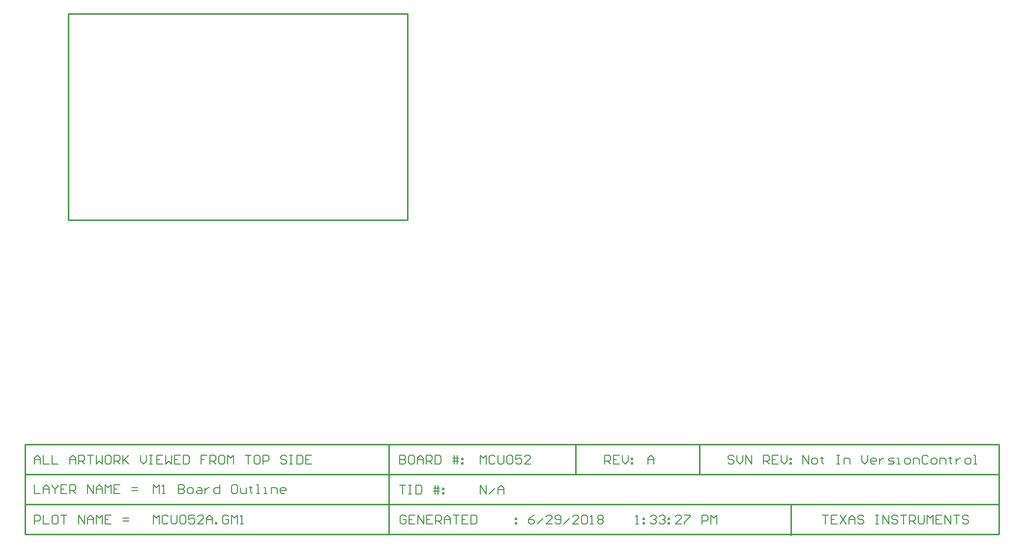
<source format=gm1>
G04 Layer_Color=11296232*
%FSAX25Y25*%
%MOIN*%
G70*
G01*
G75*
%ADD10C,0.01000*%
%ADD11C,0.00800*%
G54D10*
X0069200Y0253400D02*
X0299200D01*
Y0393400D01*
X0069200D02*
X0299200D01*
X0069200Y0253400D02*
Y0393400D01*
X0497200Y0080717D02*
Y0101050D01*
X0413200Y0080717D02*
Y0101050D01*
X0040000Y0080717D02*
X0700200D01*
X0040000Y0060383D02*
X0700000D01*
X0040000Y0040050D02*
X0440500D01*
X0040050Y0101050D02*
X0700200D01*
X0040050Y0040050D02*
Y0101050D01*
Y0040050D02*
X0197600D01*
X0040000D02*
Y0101050D01*
X0286500Y0040050D02*
Y0101050D01*
X0700200Y0040050D02*
Y0101050D01*
X0440500Y0040050D02*
X0700200D01*
X0559400Y0039400D02*
Y0059683D01*
G54D11*
X0126900Y0067551D02*
Y0073549D01*
X0128899Y0071549D01*
X0130899Y0073549D01*
Y0067551D01*
X0132898D02*
X0134897D01*
X0133898D01*
Y0073549D01*
X0132898Y0072549D01*
X0143895Y0073549D02*
Y0067551D01*
X0146894D01*
X0147893Y0068550D01*
Y0069550D01*
X0146894Y0070550D01*
X0143895D01*
X0146894D01*
X0147893Y0071549D01*
Y0072549D01*
X0146894Y0073549D01*
X0143895D01*
X0150892Y0067551D02*
X0152892D01*
X0153891Y0068550D01*
Y0070550D01*
X0152892Y0071549D01*
X0150892D01*
X0149893Y0070550D01*
Y0068550D01*
X0150892Y0067551D01*
X0156890Y0071549D02*
X0158890D01*
X0159889Y0070550D01*
Y0067551D01*
X0156890D01*
X0155891Y0068550D01*
X0156890Y0069550D01*
X0159889D01*
X0161889Y0071549D02*
Y0067551D01*
Y0069550D01*
X0162888Y0070550D01*
X0163888Y0071549D01*
X0164888D01*
X0171885Y0073549D02*
Y0067551D01*
X0168886D01*
X0167887Y0068550D01*
Y0070550D01*
X0168886Y0071549D01*
X0171885D01*
X0182882Y0073549D02*
X0180883D01*
X0179883Y0072549D01*
Y0068550D01*
X0180883Y0067551D01*
X0182882D01*
X0183882Y0068550D01*
Y0072549D01*
X0182882Y0073549D01*
X0185881Y0071549D02*
Y0068550D01*
X0186881Y0067551D01*
X0189880D01*
Y0071549D01*
X0192879Y0072549D02*
Y0071549D01*
X0191879D01*
X0193878D01*
X0192879D01*
Y0068550D01*
X0193878Y0067551D01*
X0196877D02*
X0198877D01*
X0197877D01*
Y0073549D01*
X0196877D01*
X0201876Y0067551D02*
X0203875D01*
X0202875D01*
Y0071549D01*
X0201876D01*
X0206874Y0067551D02*
Y0071549D01*
X0209873D01*
X0210873Y0070550D01*
Y0067551D01*
X0215871D02*
X0213872D01*
X0212872Y0068550D01*
Y0070550D01*
X0213872Y0071549D01*
X0215871D01*
X0216871Y0070550D01*
Y0069550D01*
X0212872D01*
X0567400Y0087833D02*
Y0093831D01*
X0571399Y0087833D01*
Y0093831D01*
X0574398Y0087833D02*
X0576397D01*
X0577397Y0088833D01*
Y0090832D01*
X0576397Y0091832D01*
X0574398D01*
X0573398Y0090832D01*
Y0088833D01*
X0574398Y0087833D01*
X0580396Y0092832D02*
Y0091832D01*
X0579396D01*
X0581395D01*
X0580396D01*
Y0088833D01*
X0581395Y0087833D01*
X0590393Y0093831D02*
X0592392D01*
X0591392D01*
Y0087833D01*
X0590393D01*
X0592392D01*
X0595391D02*
Y0091832D01*
X0598390D01*
X0599390Y0090832D01*
Y0087833D01*
X0607387Y0093831D02*
Y0089833D01*
X0609386Y0087833D01*
X0611386Y0089833D01*
Y0093831D01*
X0616384Y0087833D02*
X0614385D01*
X0613385Y0088833D01*
Y0090832D01*
X0614385Y0091832D01*
X0616384D01*
X0617384Y0090832D01*
Y0089833D01*
X0613385D01*
X0619383Y0091832D02*
Y0087833D01*
Y0089833D01*
X0620383Y0090832D01*
X0621383Y0091832D01*
X0622382D01*
X0625381Y0087833D02*
X0628380D01*
X0629380Y0088833D01*
X0628380Y0089833D01*
X0626381D01*
X0625381Y0090832D01*
X0626381Y0091832D01*
X0629380D01*
X0631379Y0087833D02*
X0633379D01*
X0632379D01*
Y0091832D01*
X0631379D01*
X0637377Y0087833D02*
X0639377D01*
X0640376Y0088833D01*
Y0090832D01*
X0639377Y0091832D01*
X0637377D01*
X0636378Y0090832D01*
Y0088833D01*
X0637377Y0087833D01*
X0642376D02*
Y0091832D01*
X0645375D01*
X0646374Y0090832D01*
Y0087833D01*
X0652373Y0092832D02*
X0651373Y0093831D01*
X0649373D01*
X0648374Y0092832D01*
Y0088833D01*
X0649373Y0087833D01*
X0651373D01*
X0652373Y0088833D01*
X0655372Y0087833D02*
X0657371D01*
X0658371Y0088833D01*
Y0090832D01*
X0657371Y0091832D01*
X0655372D01*
X0654372Y0090832D01*
Y0088833D01*
X0655372Y0087833D01*
X0660370D02*
Y0091832D01*
X0663369D01*
X0664369Y0090832D01*
Y0087833D01*
X0667368Y0092832D02*
Y0091832D01*
X0666368D01*
X0668367D01*
X0667368D01*
Y0088833D01*
X0668367Y0087833D01*
X0671366Y0091832D02*
Y0087833D01*
Y0089833D01*
X0672366Y0090832D01*
X0673366Y0091832D01*
X0674365D01*
X0678364Y0087833D02*
X0680364D01*
X0681363Y0088833D01*
Y0090832D01*
X0680364Y0091832D01*
X0678364D01*
X0677364Y0090832D01*
Y0088833D01*
X0678364Y0087833D01*
X0683362D02*
X0685362D01*
X0684362D01*
Y0093831D01*
X0683362D01*
X0520799Y0092832D02*
X0519799Y0093831D01*
X0517800D01*
X0516800Y0092832D01*
Y0091832D01*
X0517800Y0090832D01*
X0519799D01*
X0520799Y0089833D01*
Y0088833D01*
X0519799Y0087833D01*
X0517800D01*
X0516800Y0088833D01*
X0522798Y0093831D02*
Y0089833D01*
X0524797Y0087833D01*
X0526797Y0089833D01*
Y0093831D01*
X0528796Y0087833D02*
Y0093831D01*
X0532795Y0087833D01*
Y0093831D01*
X0540792Y0087833D02*
Y0093831D01*
X0543791D01*
X0544791Y0092832D01*
Y0090832D01*
X0543791Y0089833D01*
X0540792D01*
X0542792D02*
X0544791Y0087833D01*
X0550789Y0093831D02*
X0546790D01*
Y0087833D01*
X0550789D01*
X0546790Y0090832D02*
X0548790D01*
X0552788Y0093831D02*
Y0089833D01*
X0554788Y0087833D01*
X0556787Y0089833D01*
Y0093831D01*
X0558786Y0091832D02*
X0559786D01*
Y0090832D01*
X0558786D01*
Y0091832D01*
Y0088833D02*
X0559786D01*
Y0087833D01*
X0558786D01*
Y0088833D01*
X0433000Y0087833D02*
Y0093831D01*
X0435999D01*
X0436999Y0092832D01*
Y0090832D01*
X0435999Y0089833D01*
X0433000D01*
X0434999D02*
X0436999Y0087833D01*
X0442997Y0093831D02*
X0438998D01*
Y0087833D01*
X0442997D01*
X0438998Y0090832D02*
X0440997D01*
X0444996Y0093831D02*
Y0089833D01*
X0446995Y0087833D01*
X0448995Y0089833D01*
Y0093831D01*
X0450994Y0091832D02*
X0451994D01*
Y0090832D01*
X0450994D01*
Y0091832D01*
Y0088833D02*
X0451994D01*
Y0087833D01*
X0450994D01*
Y0088833D01*
X0126900Y0046966D02*
Y0052965D01*
X0128899Y0050965D01*
X0130899Y0052965D01*
Y0046966D01*
X0136897Y0051965D02*
X0135897Y0052965D01*
X0133898D01*
X0132898Y0051965D01*
Y0047966D01*
X0133898Y0046966D01*
X0135897D01*
X0136897Y0047966D01*
X0138896Y0052965D02*
Y0047966D01*
X0139896Y0046966D01*
X0141895D01*
X0142895Y0047966D01*
Y0052965D01*
X0144894Y0051965D02*
X0145894Y0052965D01*
X0147893D01*
X0148893Y0051965D01*
Y0047966D01*
X0147893Y0046966D01*
X0145894D01*
X0144894Y0047966D01*
Y0051965D01*
X0154891Y0052965D02*
X0150892D01*
Y0049966D01*
X0152892Y0050965D01*
X0153891D01*
X0154891Y0049966D01*
Y0047966D01*
X0153891Y0046966D01*
X0151892D01*
X0150892Y0047966D01*
X0160889Y0046966D02*
X0156890D01*
X0160889Y0050965D01*
Y0051965D01*
X0159889Y0052965D01*
X0157890D01*
X0156890Y0051965D01*
X0162888Y0046966D02*
Y0050965D01*
X0164888Y0052965D01*
X0166887Y0050965D01*
Y0046966D01*
Y0049966D01*
X0162888D01*
X0168886Y0046966D02*
Y0047966D01*
X0169886D01*
Y0046966D01*
X0168886D01*
X0177884Y0051965D02*
X0176884Y0052965D01*
X0174884D01*
X0173885Y0051965D01*
Y0047966D01*
X0174884Y0046966D01*
X0176884D01*
X0177884Y0047966D01*
Y0049966D01*
X0175884D01*
X0179883Y0046966D02*
Y0052965D01*
X0181882Y0050965D01*
X0183882Y0052965D01*
Y0046966D01*
X0185881D02*
X0187880D01*
X0186881D01*
Y0052965D01*
X0185881Y0051965D01*
X0385149Y0052965D02*
X0383149Y0051965D01*
X0381150Y0049966D01*
Y0047966D01*
X0382150Y0046966D01*
X0384149D01*
X0385149Y0047966D01*
Y0048966D01*
X0384149Y0049966D01*
X0381150D01*
X0387148Y0046966D02*
X0391147Y0050965D01*
X0397145Y0046966D02*
X0393146D01*
X0397145Y0050965D01*
Y0051965D01*
X0396145Y0052965D01*
X0394146D01*
X0393146Y0051965D01*
X0399144Y0047966D02*
X0400144Y0046966D01*
X0402143D01*
X0403143Y0047966D01*
Y0051965D01*
X0402143Y0052965D01*
X0400144D01*
X0399144Y0051965D01*
Y0050965D01*
X0400144Y0049966D01*
X0403143D01*
X0405142Y0046966D02*
X0409141Y0050965D01*
X0415139Y0046966D02*
X0411140D01*
X0415139Y0050965D01*
Y0051965D01*
X0414139Y0052965D01*
X0412140D01*
X0411140Y0051965D01*
X0417138D02*
X0418138Y0052965D01*
X0420137D01*
X0421137Y0051965D01*
Y0047966D01*
X0420137Y0046966D01*
X0418138D01*
X0417138Y0047966D01*
Y0051965D01*
X0423136Y0046966D02*
X0425136D01*
X0424136D01*
Y0052965D01*
X0423136Y0051965D01*
X0428135D02*
X0429135Y0052965D01*
X0431134D01*
X0432133Y0051965D01*
Y0050965D01*
X0431134Y0049966D01*
X0432133Y0048966D01*
Y0047966D01*
X0431134Y0046966D01*
X0429135D01*
X0428135Y0047966D01*
Y0048966D01*
X0429135Y0049966D01*
X0428135Y0050965D01*
Y0051965D01*
X0429135Y0049966D02*
X0431134D01*
X0298199Y0051965D02*
X0297199Y0052965D01*
X0295200D01*
X0294200Y0051965D01*
Y0047966D01*
X0295200Y0046966D01*
X0297199D01*
X0298199Y0047966D01*
Y0049966D01*
X0296199D01*
X0304197Y0052965D02*
X0300198D01*
Y0046966D01*
X0304197D01*
X0300198Y0049966D02*
X0302197D01*
X0306196Y0046966D02*
Y0052965D01*
X0310195Y0046966D01*
Y0052965D01*
X0316193D02*
X0312194D01*
Y0046966D01*
X0316193D01*
X0312194Y0049966D02*
X0314194D01*
X0318192Y0046966D02*
Y0052965D01*
X0321191D01*
X0322191Y0051965D01*
Y0049966D01*
X0321191Y0048966D01*
X0318192D01*
X0320192D02*
X0322191Y0046966D01*
X0324190D02*
Y0050965D01*
X0326190Y0052965D01*
X0328189Y0050965D01*
Y0046966D01*
Y0049966D01*
X0324190D01*
X0330188Y0052965D02*
X0334187D01*
X0332188D01*
Y0046966D01*
X0340185Y0052965D02*
X0336186D01*
Y0046966D01*
X0340185D01*
X0336186Y0049966D02*
X0338186D01*
X0342184Y0052965D02*
Y0046966D01*
X0345183D01*
X0346183Y0047966D01*
Y0051965D01*
X0345183Y0052965D01*
X0342184D01*
X0372175Y0050965D02*
X0373175D01*
Y0049966D01*
X0372175D01*
Y0050965D01*
Y0047966D02*
X0373175D01*
Y0046966D01*
X0372175D01*
Y0047966D01*
X0046350Y0087833D02*
Y0091832D01*
X0048349Y0093831D01*
X0050349Y0091832D01*
Y0087833D01*
Y0090832D01*
X0046350D01*
X0052348Y0093831D02*
Y0087833D01*
X0056347D01*
X0058346Y0093831D02*
Y0087833D01*
X0062345D01*
X0070342D02*
Y0091832D01*
X0072342Y0093831D01*
X0074341Y0091832D01*
Y0087833D01*
Y0090832D01*
X0070342D01*
X0076340Y0087833D02*
Y0093831D01*
X0079339D01*
X0080339Y0092832D01*
Y0090832D01*
X0079339Y0089833D01*
X0076340D01*
X0078340D02*
X0080339Y0087833D01*
X0082338Y0093831D02*
X0086337D01*
X0084338D01*
Y0087833D01*
X0088336Y0093831D02*
Y0087833D01*
X0090336Y0089833D01*
X0092335Y0087833D01*
Y0093831D01*
X0097334D02*
X0095334D01*
X0094335Y0092832D01*
Y0088833D01*
X0095334Y0087833D01*
X0097334D01*
X0098333Y0088833D01*
Y0092832D01*
X0097334Y0093831D01*
X0100332Y0087833D02*
Y0093831D01*
X0103332D01*
X0104331Y0092832D01*
Y0090832D01*
X0103332Y0089833D01*
X0100332D01*
X0102332D02*
X0104331Y0087833D01*
X0106331Y0093831D02*
Y0087833D01*
Y0089833D01*
X0110329Y0093831D01*
X0107330Y0090832D01*
X0110329Y0087833D01*
X0118327Y0093831D02*
Y0089833D01*
X0120326Y0087833D01*
X0122325Y0089833D01*
Y0093831D01*
X0124325D02*
X0126324D01*
X0125324D01*
Y0087833D01*
X0124325D01*
X0126324D01*
X0133322Y0093831D02*
X0129323D01*
Y0087833D01*
X0133322D01*
X0129323Y0090832D02*
X0131323D01*
X0135321Y0093831D02*
Y0087833D01*
X0137321Y0089833D01*
X0139320Y0087833D01*
Y0093831D01*
X0145318D02*
X0141319D01*
Y0087833D01*
X0145318D01*
X0141319Y0090832D02*
X0143319D01*
X0147317Y0093831D02*
Y0087833D01*
X0150316D01*
X0151316Y0088833D01*
Y0092832D01*
X0150316Y0093831D01*
X0147317D01*
X0163312D02*
X0159313D01*
Y0090832D01*
X0161313D01*
X0159313D01*
Y0087833D01*
X0165312D02*
Y0093831D01*
X0168310D01*
X0169310Y0092832D01*
Y0090832D01*
X0168310Y0089833D01*
X0165312D01*
X0167311D02*
X0169310Y0087833D01*
X0174309Y0093831D02*
X0172309D01*
X0171310Y0092832D01*
Y0088833D01*
X0172309Y0087833D01*
X0174309D01*
X0175308Y0088833D01*
Y0092832D01*
X0174309Y0093831D01*
X0177308Y0087833D02*
Y0093831D01*
X0179307Y0091832D01*
X0181306Y0093831D01*
Y0087833D01*
X0189304Y0093831D02*
X0193303D01*
X0191303D01*
Y0087833D01*
X0198301Y0093831D02*
X0196301D01*
X0195302Y0092832D01*
Y0088833D01*
X0196301Y0087833D01*
X0198301D01*
X0199301Y0088833D01*
Y0092832D01*
X0198301Y0093831D01*
X0201300Y0087833D02*
Y0093831D01*
X0204299D01*
X0205299Y0092832D01*
Y0090832D01*
X0204299Y0089833D01*
X0201300D01*
X0217295Y0092832D02*
X0216295Y0093831D01*
X0214296D01*
X0213296Y0092832D01*
Y0091832D01*
X0214296Y0090832D01*
X0216295D01*
X0217295Y0089833D01*
Y0088833D01*
X0216295Y0087833D01*
X0214296D01*
X0213296Y0088833D01*
X0219294Y0093831D02*
X0221293D01*
X0220294D01*
Y0087833D01*
X0219294D01*
X0221293D01*
X0224292Y0093831D02*
Y0087833D01*
X0227291D01*
X0228291Y0088833D01*
Y0092832D01*
X0227291Y0093831D01*
X0224292D01*
X0234289D02*
X0230291D01*
Y0087833D01*
X0234289D01*
X0230291Y0090832D02*
X0232290D01*
X0462150Y0087833D02*
Y0091832D01*
X0464149Y0093831D01*
X0466149Y0091832D01*
Y0087833D01*
Y0090832D01*
X0462150D01*
X0348550Y0087833D02*
Y0093831D01*
X0350549Y0091832D01*
X0352549Y0093831D01*
Y0087833D01*
X0358547Y0092832D02*
X0357547Y0093831D01*
X0355548D01*
X0354548Y0092832D01*
Y0088833D01*
X0355548Y0087833D01*
X0357547D01*
X0358547Y0088833D01*
X0360546Y0093831D02*
Y0088833D01*
X0361546Y0087833D01*
X0363545D01*
X0364545Y0088833D01*
Y0093831D01*
X0366544Y0092832D02*
X0367544Y0093831D01*
X0369543D01*
X0370543Y0092832D01*
Y0088833D01*
X0369543Y0087833D01*
X0367544D01*
X0366544Y0088833D01*
Y0092832D01*
X0376541Y0093831D02*
X0372542D01*
Y0090832D01*
X0374542Y0091832D01*
X0375541D01*
X0376541Y0090832D01*
Y0088833D01*
X0375541Y0087833D01*
X0373542D01*
X0372542Y0088833D01*
X0382539Y0087833D02*
X0378540D01*
X0382539Y0091832D01*
Y0092832D01*
X0381539Y0093831D01*
X0379540D01*
X0378540Y0092832D01*
X0294000Y0093831D02*
Y0087833D01*
X0296999D01*
X0297999Y0088833D01*
Y0089833D01*
X0296999Y0090832D01*
X0294000D01*
X0296999D01*
X0297999Y0091832D01*
Y0092832D01*
X0296999Y0093831D01*
X0294000D01*
X0302997D02*
X0300998D01*
X0299998Y0092832D01*
Y0088833D01*
X0300998Y0087833D01*
X0302997D01*
X0303997Y0088833D01*
Y0092832D01*
X0302997Y0093831D01*
X0305996Y0087833D02*
Y0091832D01*
X0307996Y0093831D01*
X0309995Y0091832D01*
Y0087833D01*
Y0090832D01*
X0305996D01*
X0311994Y0087833D02*
Y0093831D01*
X0314993D01*
X0315993Y0092832D01*
Y0090832D01*
X0314993Y0089833D01*
X0311994D01*
X0313994D02*
X0315993Y0087833D01*
X0317992Y0093831D02*
Y0087833D01*
X0320991D01*
X0321991Y0088833D01*
Y0092832D01*
X0320991Y0093831D01*
X0317992D01*
X0330988Y0087833D02*
Y0093831D01*
X0332987D02*
Y0087833D01*
X0329988Y0091832D02*
X0332987D01*
X0333987D01*
X0329988Y0089833D02*
X0333987D01*
X0335986Y0091832D02*
X0336986D01*
Y0090832D01*
X0335986D01*
Y0091832D01*
Y0088833D02*
X0336986D01*
Y0087833D01*
X0335986D01*
Y0088833D01*
X0046350Y0073549D02*
Y0067551D01*
X0050349D01*
X0052348D02*
Y0071549D01*
X0054347Y0073549D01*
X0056347Y0071549D01*
Y0067551D01*
Y0070550D01*
X0052348D01*
X0058346Y0073549D02*
Y0072549D01*
X0060346Y0070550D01*
X0062345Y0072549D01*
Y0073549D01*
X0060346Y0070550D02*
Y0067551D01*
X0068343Y0073549D02*
X0064344D01*
Y0067551D01*
X0068343D01*
X0064344Y0070550D02*
X0066343D01*
X0070342Y0067551D02*
Y0073549D01*
X0073341D01*
X0074341Y0072549D01*
Y0070550D01*
X0073341Y0069550D01*
X0070342D01*
X0072342D02*
X0074341Y0067551D01*
X0082338D02*
Y0073549D01*
X0086337Y0067551D01*
Y0073549D01*
X0088336Y0067551D02*
Y0071549D01*
X0090336Y0073549D01*
X0092335Y0071549D01*
Y0067551D01*
Y0070550D01*
X0088336D01*
X0094335Y0067551D02*
Y0073549D01*
X0096334Y0071549D01*
X0098333Y0073549D01*
Y0067551D01*
X0104331Y0073549D02*
X0100332D01*
Y0067551D01*
X0104331D01*
X0100332Y0070550D02*
X0102332D01*
X0112329Y0069550D02*
X0116327D01*
X0112329Y0071549D02*
X0116327D01*
X0046350Y0046966D02*
Y0052965D01*
X0049349D01*
X0050349Y0051965D01*
Y0049966D01*
X0049349Y0048966D01*
X0046350D01*
X0052348Y0052965D02*
Y0046966D01*
X0056347D01*
X0061345Y0052965D02*
X0059346D01*
X0058346Y0051965D01*
Y0047966D01*
X0059346Y0046966D01*
X0061345D01*
X0062345Y0047966D01*
Y0051965D01*
X0061345Y0052965D01*
X0064344D02*
X0068343D01*
X0066343D01*
Y0046966D01*
X0076340D02*
Y0052965D01*
X0080339Y0046966D01*
Y0052965D01*
X0082338Y0046966D02*
Y0050965D01*
X0084338Y0052965D01*
X0086337Y0050965D01*
Y0046966D01*
Y0049966D01*
X0082338D01*
X0088336Y0046966D02*
Y0052965D01*
X0090336Y0050965D01*
X0092335Y0052965D01*
Y0046966D01*
X0098333Y0052965D02*
X0094335D01*
Y0046966D01*
X0098333D01*
X0094335Y0049966D02*
X0096334D01*
X0106331Y0048966D02*
X0110329D01*
X0106331Y0050965D02*
X0110329D01*
X0454050Y0046966D02*
X0456049D01*
X0455050D01*
Y0052965D01*
X0454050Y0051965D01*
X0459048Y0050965D02*
X0460048D01*
Y0049966D01*
X0459048D01*
Y0050965D01*
Y0047966D02*
X0460048D01*
Y0046966D01*
X0459048D01*
Y0047966D01*
X0464047Y0051965D02*
X0465046Y0052965D01*
X0467046D01*
X0468046Y0051965D01*
Y0050965D01*
X0467046Y0049966D01*
X0466046D01*
X0467046D01*
X0468046Y0048966D01*
Y0047966D01*
X0467046Y0046966D01*
X0465046D01*
X0464047Y0047966D01*
X0470045Y0051965D02*
X0471044Y0052965D01*
X0473044D01*
X0474044Y0051965D01*
Y0050965D01*
X0473044Y0049966D01*
X0472044D01*
X0473044D01*
X0474044Y0048966D01*
Y0047966D01*
X0473044Y0046966D01*
X0471044D01*
X0470045Y0047966D01*
X0476043Y0050965D02*
X0477043D01*
Y0049966D01*
X0476043D01*
Y0050965D01*
Y0047966D02*
X0477043D01*
Y0046966D01*
X0476043D01*
Y0047966D01*
X0485040Y0046966D02*
X0481041D01*
X0485040Y0050965D01*
Y0051965D01*
X0484040Y0052965D01*
X0482041D01*
X0481041Y0051965D01*
X0487039Y0052965D02*
X0491038D01*
Y0051965D01*
X0487039Y0047966D01*
Y0046966D01*
X0499035D02*
Y0052965D01*
X0502035D01*
X0503034Y0051965D01*
Y0049966D01*
X0502035Y0048966D01*
X0499035D01*
X0505033Y0046966D02*
Y0052965D01*
X0507033Y0050965D01*
X0509032Y0052965D01*
Y0046966D01*
X0580500Y0052965D02*
X0584499D01*
X0582499D01*
Y0046966D01*
X0590497Y0052965D02*
X0586498D01*
Y0046966D01*
X0590497D01*
X0586498Y0049966D02*
X0588497D01*
X0592496Y0052965D02*
X0596495Y0046966D01*
Y0052965D02*
X0592496Y0046966D01*
X0598494D02*
Y0050965D01*
X0600493Y0052965D01*
X0602493Y0050965D01*
Y0046966D01*
Y0049966D01*
X0598494D01*
X0608491Y0051965D02*
X0607491Y0052965D01*
X0605492D01*
X0604492Y0051965D01*
Y0050965D01*
X0605492Y0049966D01*
X0607491D01*
X0608491Y0048966D01*
Y0047966D01*
X0607491Y0046966D01*
X0605492D01*
X0604492Y0047966D01*
X0616488Y0052965D02*
X0618488D01*
X0617488D01*
Y0046966D01*
X0616488D01*
X0618488D01*
X0621487D02*
Y0052965D01*
X0625486Y0046966D01*
Y0052965D01*
X0631484Y0051965D02*
X0630484Y0052965D01*
X0628484D01*
X0627485Y0051965D01*
Y0050965D01*
X0628484Y0049966D01*
X0630484D01*
X0631484Y0048966D01*
Y0047966D01*
X0630484Y0046966D01*
X0628484D01*
X0627485Y0047966D01*
X0633483Y0052965D02*
X0637482D01*
X0635482D01*
Y0046966D01*
X0639481D02*
Y0052965D01*
X0642480D01*
X0643480Y0051965D01*
Y0049966D01*
X0642480Y0048966D01*
X0639481D01*
X0641480D02*
X0643480Y0046966D01*
X0645479Y0052965D02*
Y0047966D01*
X0646479Y0046966D01*
X0648478D01*
X0649478Y0047966D01*
Y0052965D01*
X0651477Y0046966D02*
Y0052965D01*
X0653476Y0050965D01*
X0655476Y0052965D01*
Y0046966D01*
X0661474Y0052965D02*
X0657475D01*
Y0046966D01*
X0661474D01*
X0657475Y0049966D02*
X0659474D01*
X0663473Y0046966D02*
Y0052965D01*
X0667472Y0046966D01*
Y0052965D01*
X0669471D02*
X0673470D01*
X0671471D01*
Y0046966D01*
X0679468Y0051965D02*
X0678468Y0052965D01*
X0676469D01*
X0675469Y0051965D01*
Y0050965D01*
X0676469Y0049966D01*
X0678468D01*
X0679468Y0048966D01*
Y0047966D01*
X0678468Y0046966D01*
X0676469D01*
X0675469Y0047966D01*
X0294000Y0073498D02*
X0297999D01*
X0295999D01*
Y0067500D01*
X0299998Y0073498D02*
X0301997D01*
X0300998D01*
Y0067500D01*
X0299998D01*
X0301997D01*
X0304996Y0073498D02*
Y0067500D01*
X0307996D01*
X0308995Y0068500D01*
Y0072498D01*
X0307996Y0073498D01*
X0304996D01*
X0317992Y0067500D02*
Y0073498D01*
X0319992D02*
Y0067500D01*
X0316993Y0071499D02*
X0319992D01*
X0320991D01*
X0316993Y0069499D02*
X0320991D01*
X0322991Y0071499D02*
X0323990D01*
Y0070499D01*
X0322991D01*
Y0071499D01*
Y0068500D02*
X0323990D01*
Y0067500D01*
X0322991D01*
Y0068500D01*
X0348550Y0067500D02*
Y0073498D01*
X0352549Y0067500D01*
Y0073498D01*
X0354548Y0067500D02*
X0358547Y0071499D01*
X0360546Y0067500D02*
Y0071499D01*
X0362545Y0073498D01*
X0364545Y0071499D01*
Y0067500D01*
Y0070499D01*
X0360546D01*
M02*

</source>
